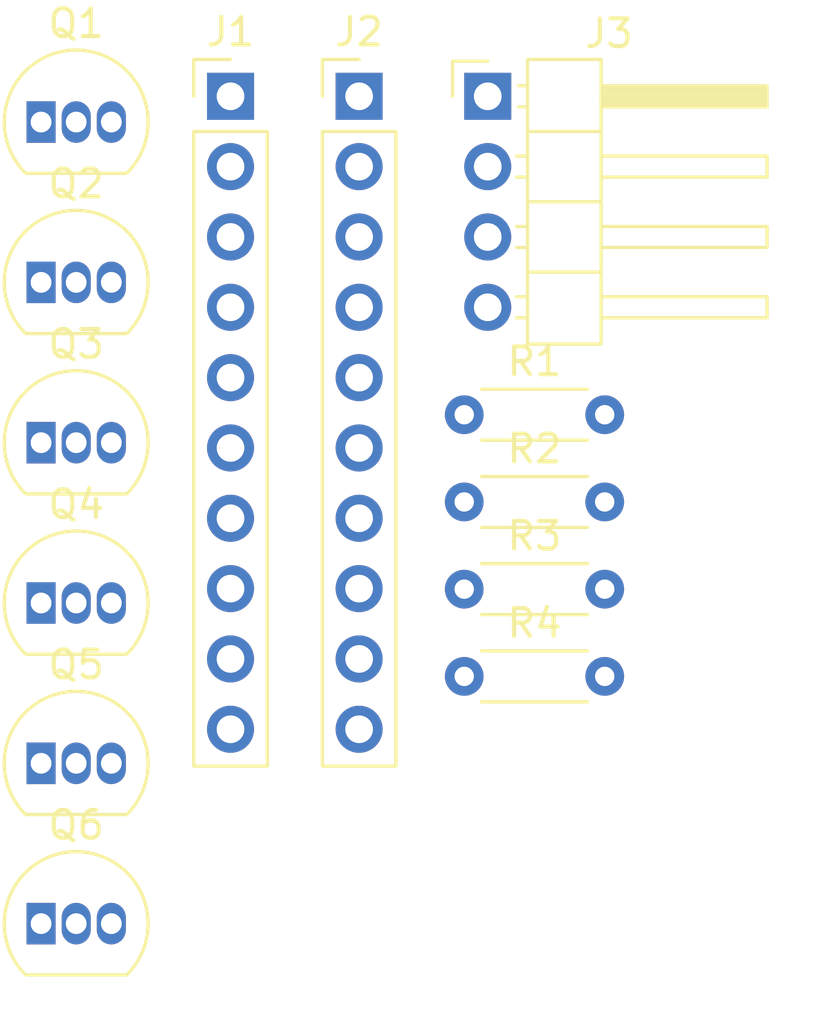
<source format=kicad_pcb>
(kicad_pcb (version 20241229) (generator "pcbnew") (generator_version "9.0")
  (layers (0 "F.Cu" signal) (2 "B.Cu" signal) (13 "F.Paste" user) (15 "B.Paste" user) (5 "F.SilkS" user "F.Silkscreen") (7 "B.SilkS" user "B.Silkscreen") (1 "F.Mask" user) (3 "B.Mask" user) (25 "Edge.Cuts" user))
  (net 0 "")
  (net 1 "GND")
  (net 7 "VCC")
  (net 13 "/output A")
  (net 14 "/output B")
  (net 15 "/input")
  (net 16 "/input A")
  (net 17 "/input B")
  (net 18 "Net-(Q3-G)")
  (net 19 "Net-(Q5-G)")
  (footprint "Package_TO_SOT_THT:TO-92_Inline" (layer "F.Cu") (at 129.62 102.14)
    (property "Reference" "Q5" (at 1.27 -3.56 0) (layer "F.SilkS"))
    (property "Value" "BS250")
    (fp_line (start -0.53 1.85) (end 3.07 1.85) (stroke (width 0.12)) (layer "F.SilkS"))
    (fp_arc (start -0.568478 1.838478) (mid -1.132087 -0.994977) (end 1.27 -2.6) (stroke (width 0.12)) (layer "F.SilkS"))
    (fp_arc (start 1.27 -2.6) (mid 3.672087 -0.994977) (end 3.108478 1.838478) (stroke (width 0.12)) (layer "F.SilkS"))
    (pad "1" thru_hole rect (at 0 0) (size 1.05 1.5) (drill 0.75) (layers "*.Cu" "*.Mask") (net 7 "VCC"))
    (pad "2" thru_hole oval (at 1.27 0) (size 1.05 1.5) (drill 0.75) (layers "*.Cu" "*.Mask") (net 19 "Net-(Q5-G)"))
    (pad "3" thru_hole oval (at 2.54 0) (size 1.05 1.5) (drill 0.75) (layers "*.Cu" "*.Mask") (net 14 "/output B"))
  )
  (footprint "Resistor_THT:R_Axial_DIN0204_L3.6mm_D1.6mm_P5.08mm_Horizontal" (layer "F.Cu") (at 144.92 89.55)
    (property "Reference" "R1" (at 2.54 -1.92 0) (layer "F.SilkS"))
    (property "Value" "3,3k")
    (fp_line (start 0.62 -0.92) (end 4.46 -0.92) (stroke (width 0.12)) (layer "F.SilkS"))
    (fp_line (start 0.62 0.92) (end 4.46 0.92) (stroke (width 0.12)) (layer "F.SilkS"))
    (pad "1" thru_hole circle (at 0 0) (size 1.4 1.4) (drill 0.7) (layers "*.Cu" "*.Mask") (net 16 "/input A"))
    (pad "2" thru_hole oval (at 5.08 0) (size 1.4 1.4) (drill 0.7) (layers "*.Cu" "*.Mask") (net 7 "VCC"))
  )
  (footprint "Connector_PinHeader_2.54mm:PinHeader_1x10_P2.54mm_Vertical" (layer "F.Cu") (at 141.12 78.05)
    (property "Reference" "J2" (at 0 -2.33 0) (layer "F.SilkS"))
    (property "Value" "Conn_01x10_Socket")
    (fp_line (start -1.33 -1.33) (end 0 -1.33) (stroke (width 0.12)) (layer "F.SilkS"))
    (fp_line (start -1.33 0) (end -1.33 -1.33) (stroke (width 0.12)) (layer "F.SilkS"))
    (fp_line (start -1.33 1.27) (end -1.33 24.19) (stroke (width 0.12)) (layer "F.SilkS"))
    (fp_line (start -1.33 1.27) (end 1.33 1.27) (stroke (width 0.12)) (layer "F.SilkS"))
    (fp_line (start -1.33 24.19) (end 1.33 24.19) (stroke (width 0.12)) (layer "F.SilkS"))
    (fp_line (start 1.33 1.27) (end 1.33 24.19) (stroke (width 0.12)) (layer "F.SilkS"))
    (pad "1" thru_hole rect (at 0 0) (size 1.7 1.7) (drill 1) (layers "*.Cu" "*.Mask") (net 1 "GND"))
    (pad "2" thru_hole oval (at 0 2.54) (size 1.7 1.7) (drill 1) (layers "*.Cu" "*.Mask") (net 7 "VCC"))
    (pad "3" thru_hole oval (at 0 5.08) (size 1.7 1.7) (drill 1) (layers "*.Cu" "*.Mask"))
    (pad "4" thru_hole oval (at 0 7.62) (size 1.7 1.7) (drill 1) (layers "*.Cu" "*.Mask"))
    (pad "5" thru_hole oval (at 0 10.16) (size 1.7 1.7) (drill 1) (layers "*.Cu" "*.Mask"))
    (pad "6" thru_hole oval (at 0 12.7) (size 1.7 1.7) (drill 1) (layers "*.Cu" "*.Mask"))
    (pad "7" thru_hole oval (at 0 15.24) (size 1.7 1.7) (drill 1) (layers "*.Cu" "*.Mask"))
    (pad "8" thru_hole oval (at 0 17.78) (size 1.7 1.7) (drill 1) (layers "*.Cu" "*.Mask"))
    (pad "9" thru_hole oval (at 0 20.32) (size 1.7 1.7) (drill 1) (layers "*.Cu" "*.Mask"))
    (pad "10" thru_hole oval (at 0 22.86) (size 1.7 1.7) (drill 1) (layers "*.Cu" "*.Mask"))
  )
  (footprint "Resistor_THT:R_Axial_DIN0204_L3.6mm_D1.6mm_P5.08mm_Horizontal" (layer "F.Cu") (at 144.92 92.7)
    (property "Reference" "R2" (at 2.54 -1.92 0) (layer "F.SilkS"))
    (property "Value" "3,3k")
    (fp_line (start 0.62 -0.92) (end 4.46 -0.92) (stroke (width 0.12)) (layer "F.SilkS"))
    (fp_line (start 0.62 0.92) (end 4.46 0.92) (stroke (width 0.12)) (layer "F.SilkS"))
    (pad "1" thru_hole circle (at 0 0) (size 1.4 1.4) (drill 0.7) (layers "*.Cu" "*.Mask") (net 17 "/input B"))
    (pad "2" thru_hole oval (at 5.08 0) (size 1.4 1.4) (drill 0.7) (layers "*.Cu" "*.Mask") (net 7 "VCC"))
  )
  (footprint "Package_TO_SOT_THT:TO-92_Inline" (layer "F.Cu") (at 129.62 90.56)
    (property "Reference" "Q3" (at 1.27 -3.56 0) (layer "F.SilkS"))
    (property "Value" "BS250")
    (fp_line (start -0.53 1.85) (end 3.07 1.85) (stroke (width 0.12)) (layer "F.SilkS"))
    (fp_arc (start -0.568478 1.838478) (mid -1.132087 -0.994977) (end 1.27 -2.6) (stroke (width 0.12)) (layer "F.SilkS"))
    (fp_arc (start 1.27 -2.6) (mid 3.672087 -0.994977) (end 3.108478 1.838478) (stroke (width 0.12)) (layer "F.SilkS"))
    (pad "1" thru_hole rect (at 0 0) (size 1.05 1.5) (drill 0.75) (layers "*.Cu" "*.Mask") (net 7 "VCC"))
    (pad "2" thru_hole oval (at 1.27 0) (size 1.05 1.5) (drill 0.75) (layers "*.Cu" "*.Mask") (net 18 "Net-(Q3-G)"))
    (pad "3" thru_hole oval (at 2.54 0) (size 1.05 1.5) (drill 0.75) (layers "*.Cu" "*.Mask") (net 13 "/output A"))
  )
  (footprint "Package_TO_SOT_THT:TO-92_Inline" (layer "F.Cu") (at 129.62 96.35)
    (property "Reference" "Q4" (at 1.27 -3.56 0) (layer "F.SilkS"))
    (property "Value" "BS170")
    (fp_line (start -0.53 1.85) (end 3.07 1.85) (stroke (width 0.12)) (layer "F.SilkS"))
    (fp_arc (start -0.568478 1.838478) (mid -1.132087 -0.994977) (end 1.27 -2.6) (stroke (width 0.12)) (layer "F.SilkS"))
    (fp_arc (start 1.27 -2.6) (mid 3.672087 -0.994977) (end 3.108478 1.838478) (stroke (width 0.12)) (layer "F.SilkS"))
    (pad "1" thru_hole rect (at 0 0) (size 1.05 1.5) (drill 0.75) (layers "*.Cu" "*.Mask") (net 13 "/output A"))
    (pad "2" thru_hole oval (at 1.27 0) (size 1.05 1.5) (drill 0.75) (layers "*.Cu" "*.Mask") (net 18 "Net-(Q3-G)"))
    (pad "3" thru_hole oval (at 2.54 0) (size 1.05 1.5) (drill 0.75) (layers "*.Cu" "*.Mask") (net 1 "GND"))
  )
  (footprint "Package_TO_SOT_THT:TO-92_Inline" (layer "F.Cu") (at 129.62 78.98)
    (property "Reference" "Q1" (at 1.27 -3.56 0) (layer "F.SilkS"))
    (property "Value" "BS170")
    (fp_line (start -0.53 1.85) (end 3.07 1.85) (stroke (width 0.12)) (layer "F.SilkS"))
    (fp_arc (start -0.568478 1.838478) (mid -1.132087 -0.994977) (end 1.27 -2.6) (stroke (width 0.12)) (layer "F.SilkS"))
    (fp_arc (start 1.27 -2.6) (mid 3.672087 -0.994977) (end 3.108478 1.838478) (stroke (width 0.12)) (layer "F.SilkS"))
    (pad "1" thru_hole rect (at 0 0) (size 1.05 1.5) (drill 0.75) (layers "*.Cu" "*.Mask") (net 16 "/input A"))
    (pad "2" thru_hole oval (at 1.27 0) (size 1.05 1.5) (drill 0.75) (layers "*.Cu" "*.Mask") (net 15 "/input"))
    (pad "3" thru_hole oval (at 2.54 0) (size 1.05 1.5) (drill 0.75) (layers "*.Cu" "*.Mask") (net 1 "GND"))
  )
  (footprint "Package_TO_SOT_THT:TO-92_Inline" (layer "F.Cu") (at 129.62 107.93)
    (property "Reference" "Q6" (at 1.27 -3.56 0) (layer "F.SilkS"))
    (property "Value" "BS170")
    (fp_line (start -0.53 1.85) (end 3.07 1.85) (stroke (width 0.12)) (layer "F.SilkS"))
    (fp_arc (start -0.568478 1.838478) (mid -1.132087 -0.994977) (end 1.27 -2.6) (stroke (width 0.12)) (layer "F.SilkS"))
    (fp_arc (start 1.27 -2.6) (mid 3.672087 -0.994977) (end 3.108478 1.838478) (stroke (width 0.12)) (layer "F.SilkS"))
    (pad "1" thru_hole rect (at 0 0) (size 1.05 1.5) (drill 0.75) (layers "*.Cu" "*.Mask") (net 14 "/output B"))
    (pad "2" thru_hole oval (at 1.27 0) (size 1.05 1.5) (drill 0.75) (layers "*.Cu" "*.Mask") (net 19 "Net-(Q5-G)"))
    (pad "3" thru_hole oval (at 2.54 0) (size 1.05 1.5) (drill 0.75) (layers "*.Cu" "*.Mask") (net 1 "GND"))
  )
  (footprint "Package_TO_SOT_THT:TO-92_Inline" (layer "F.Cu") (at 129.62 84.77)
    (property "Reference" "Q2" (at 1.27 -3.56 0) (layer "F.SilkS"))
    (property "Value" "BS170")
    (fp_line (start -0.53 1.85) (end 3.07 1.85) (stroke (width 0.12)) (layer "F.SilkS"))
    (fp_arc (start -0.568478 1.838478) (mid -1.132087 -0.994977) (end 1.27 -2.6) (stroke (width 0.12)) (layer "F.SilkS"))
    (fp_arc (start 1.27 -2.6) (mid 3.672087 -0.994977) (end 3.108478 1.838478) (stroke (width 0.12)) (layer "F.SilkS"))
    (pad "1" thru_hole rect (at 0 0) (size 1.05 1.5) (drill 0.75) (layers "*.Cu" "*.Mask") (net 17 "/input B"))
    (pad "2" thru_hole oval (at 1.27 0) (size 1.05 1.5) (drill 0.75) (layers "*.Cu" "*.Mask") (net 16 "/input A"))
    (pad "3" thru_hole oval (at 2.54 0) (size 1.05 1.5) (drill 0.75) (layers "*.Cu" "*.Mask") (net 1 "GND"))
  )
  (footprint "Resistor_THT:R_Axial_DIN0204_L3.6mm_D1.6mm_P5.08mm_Horizontal" (layer "F.Cu") (at 144.92 95.85)
    (property "Reference" "R3" (at 2.54 -1.92 0) (layer "F.SilkS"))
    (property "Value" "240")
    (fp_line (start 0.62 -0.92) (end 4.46 -0.92) (stroke (width 0.12)) (layer "F.SilkS"))
    (fp_line (start 0.62 0.92) (end 4.46 0.92) (stroke (width 0.12)) (layer "F.SilkS"))
    (pad "1" thru_hole circle (at 0 0) (size 1.4 1.4) (drill 0.7) (layers "*.Cu" "*.Mask") (net 16 "/input A"))
    (pad "2" thru_hole oval (at 5.08 0) (size 1.4 1.4) (drill 0.7) (layers "*.Cu" "*.Mask") (net 18 "Net-(Q3-G)"))
  )
  (footprint "Connector_PinHeader_2.54mm:PinHeader_1x10_P2.54mm_Vertical" (layer "F.Cu") (at 136.47 78.05)
    (property "Reference" "J1" (at 0 -2.33 0) (layer "F.SilkS"))
    (property "Value" "Conn_01x10_Socket")
    (fp_line (start -1.33 -1.33) (end 0 -1.33) (stroke (width 0.12)) (layer "F.SilkS"))
    (fp_line (start -1.33 0) (end -1.33 -1.33) (stroke (width 0.12)) (layer "F.SilkS"))
    (fp_line (start -1.33 1.27) (end -1.33 24.19) (stroke (width 0.12)) (layer "F.SilkS"))
    (fp_line (start -1.33 1.27) (end 1.33 1.27) (stroke (width 0.12)) (layer "F.SilkS"))
    (fp_line (start -1.33 24.19) (end 1.33 24.19) (stroke (width 0.12)) (layer "F.SilkS"))
    (fp_line (start 1.33 1.27) (end 1.33 24.19) (stroke (width 0.12)) (layer "F.SilkS"))
    (pad "1" thru_hole rect (at 0 0) (size 1.7 1.7) (drill 1) (layers "*.Cu" "*.Mask") (net 15 "/input"))
    (pad "2" thru_hole oval (at 0 2.54) (size 1.7 1.7) (drill 1) (layers "*.Cu" "*.Mask"))
    (pad "3" thru_hole oval (at 0 5.08) (size 1.7 1.7) (drill 1) (layers "*.Cu" "*.Mask"))
    (pad "4" thru_hole oval (at 0 7.62) (size 1.7 1.7) (drill 1) (layers "*.Cu" "*.Mask"))
    (pad "5" thru_hole oval (at 0 10.16) (size 1.7 1.7) (drill 1) (layers "*.Cu" "*.Mask"))
    (pad "6" thru_hole oval (at 0 12.7) (size 1.7 1.7) (drill 1) (layers "*.Cu" "*.Mask"))
    (pad "7" thru_hole oval (at 0 15.24) (size 1.7 1.7) (drill 1) (layers "*.Cu" "*.Mask"))
    (pad "8" thru_hole oval (at 0 17.78) (size 1.7 1.7) (drill 1) (layers "*.Cu" "*.Mask"))
    (pad "9" thru_hole oval (at 0 20.32) (size 1.7 1.7) (drill 1) (layers "*.Cu" "*.Mask") (net 7 "VCC"))
    (pad "10" thru_hole oval (at 0 22.86) (size 1.7 1.7) (drill 1) (layers "*.Cu" "*.Mask") (net 1 "GND"))
  )
  (footprint "Resistor_THT:R_Axial_DIN0204_L3.6mm_D1.6mm_P5.08mm_Horizontal" (layer "F.Cu") (at 144.92 99)
    (property "Reference" "R4" (at 2.54 -1.92 0) (layer "F.SilkS"))
    (property "Value" "240")
    (fp_line (start 0.62 -0.92) (end 4.46 -0.92) (stroke (width 0.12)) (layer "F.SilkS"))
    (fp_line (start 0.62 0.92) (end 4.46 0.92) (stroke (width 0.12)) (layer "F.SilkS"))
    (pad "1" thru_hole circle (at 0 0) (size 1.4 1.4) (drill 0.7) (layers "*.Cu" "*.Mask") (net 17 "/input B"))
    (pad "2" thru_hole oval (at 5.08 0) (size 1.4 1.4) (drill 0.7) (layers "*.Cu" "*.Mask") (net 19 "Net-(Q5-G)"))
  )
  (footprint "Connector_PinHeader_2.54mm:PinHeader_1x04_P2.54mm_Horizontal" (layer "F.Cu") (at 145.77 78.05)
    (property "Reference" "J3" (at 4.385 -2.27 0) (layer "F.SilkS"))
    (property "Value" "Conn_01x04_Socket")
    (fp_line (start -1.27 -1.27) (end 0 -1.27) (stroke (width 0.12)) (layer "F.SilkS"))
    (fp_line (start -1.27 0) (end -1.27 -1.27) (stroke (width 0.12)) (layer "F.SilkS"))
    (fp_line (start 1.042929 2.16) (end 1.44 2.16) (stroke (width 0.12)) (layer "F.SilkS"))
    (fp_line (start 1.042929 2.92) (end 1.44 2.92) (stroke (width 0.12)) (layer "F.SilkS"))
    (fp_line (start 1.042929 4.7) (end 1.44 4.7) (stroke (width 0.12)) (layer "F.SilkS"))
    (fp_line (start 1.042929 5.46) (end 1.44 5.46) (stroke (width 0.12)) (layer "F.SilkS"))
    (fp_line (start 1.042929 7.24) (end 1.44 7.24) (stroke (width 0.12)) (layer "F.SilkS"))
    (fp_line (start 1.042929 8) (end 1.44 8) (stroke (width 0.12)) (layer "F.SilkS"))
    (fp_line (start 1.11 -0.38) (end 1.44 -0.38) (stroke (width 0.12)) (layer "F.SilkS"))
    (fp_line (start 1.11 0.38) (end 1.44 0.38) (stroke (width 0.12)) (layer "F.SilkS"))
    (fp_line (start 1.44 -1.33) (end 1.44 8.95) (stroke (width 0.12)) (layer "F.SilkS"))
    (fp_line (start 1.44 1.27) (end 4.1 1.27) (stroke (width 0.12)) (layer "F.SilkS"))
    (fp_line (start 1.44 3.81) (end 4.1 3.81) (stroke (width 0.12)) (layer "F.SilkS"))
    (fp_line (start 1.44 6.35) (end 4.1 6.35) (stroke (width 0.12)) (layer "F.SilkS"))
    (fp_line (start 1.44 8.95) (end 4.1 8.95) (stroke (width 0.12)) (layer "F.SilkS"))
    (fp_line (start 4.1 -1.33) (end 1.44 -1.33) (stroke (width 0.12)) (layer "F.SilkS"))
    (fp_line (start 4.1 -0.38) (end 10.1 -0.38) (stroke (width 0.12)) (layer "F.SilkS"))
    (fp_line (start 4.1 -0.32) (end 10.1 -0.32) (stroke (width 0.12)) (layer "F.SilkS"))
    (fp_line (start 4.1 -0.2) (end 10.1 -0.2) (stroke (width 0.12)) (layer "F.SilkS"))
    (fp_line (start 4.1 -0.08) (end 10.1 -0.08) (stroke (width 0.12)) (layer "F.SilkS"))
    (fp_line (start 4.1 0.04) (end 10.1 0.04) (stroke (width 0.12)) (layer "F.SilkS"))
    (fp_line (start 4.1 0.16) (end 10.1 0.16) (stroke (width 0.12)) (layer "F.SilkS"))
    (fp_line (start 4.1 0.28) (end 10.1 0.28) (stroke (width 0.12)) (layer "F.SilkS"))
    (fp_line (start 4.1 2.16) (end 10.1 2.16) (stroke (width 0.12)) (layer "F.SilkS"))
    (fp_line (start 4.1 4.7) (end 10.1 4.7) (stroke (width 0.12)) (layer "F.SilkS"))
    (fp_line (start 4.1 7.24) (end 10.1 7.24) (stroke (width 0.12)) (layer "F.SilkS"))
    (fp_line (start 4.1 8.95) (end 4.1 -1.33) (stroke (width 0.12)) (layer "F.SilkS"))
    (fp_line (start 10.1 -0.38) (end 10.1 0.38) (stroke (width 0.12)) (layer "F.SilkS"))
    (fp_line (start 10.1 0.38) (end 4.1 0.38) (stroke (width 0.12)) (layer "F.SilkS"))
    (fp_line (start 10.1 2.16) (end 10.1 2.92) (stroke (width 0.12)) (layer "F.SilkS"))
    (fp_line (start 10.1 2.92) (end 4.1 2.92) (stroke (width 0.12)) (layer "F.SilkS"))
    (fp_line (start 10.1 4.7) (end 10.1 5.46) (stroke (width 0.12)) (layer "F.SilkS"))
    (fp_line (start 10.1 5.46) (end 4.1 5.46) (stroke (width 0.12)) (layer "F.SilkS"))
    (fp_line (start 10.1 7.24) (end 10.1 8) (stroke (width 0.12)) (layer "F.SilkS"))
    (fp_line (start 10.1 8) (end 4.1 8) (stroke (width 0.12)) (layer "F.SilkS"))
    (pad "1" thru_hole rect (at 0 0) (size 1.7 1.7) (drill 1) (layers "*.Cu" "*.Mask") (net 13 "/output A"))
    (pad "2" thru_hole oval (at 0 2.54) (size 1.7 1.7) (drill 1) (layers "*.Cu" "*.Mask") (net 14 "/output B"))
    (pad "3" thru_hole oval (at 0 5.08) (size 1.7 1.7) (drill 1) (layers "*.Cu" "*.Mask") (net 13 "/output A"))
    (pad "4" thru_hole oval (at 0 7.62) (size 1.7 1.7) (drill 1) (layers "*.Cu" "*.Mask") (net 14 "/output B"))
  )
)
</source>
